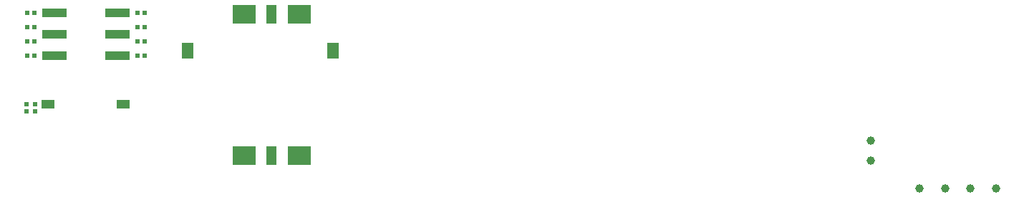
<source format=gbp>
G04*
G04 #@! TF.GenerationSoftware,Altium Limited,Altium Designer,20.0.13 (296)*
G04*
G04 Layer_Color=128*
%FSLAX25Y25*%
%MOIN*%
G70*
G01*
G75*
%ADD38R,0.02047X0.01850*%
%ADD48R,0.01850X0.02047*%
%ADD106C,0.03937*%
%ADD107R,0.11811X0.03937*%
%ADD108R,0.05906X0.04331*%
%ADD109R,0.05709X0.07677*%
%ADD110R,0.11024X0.08661*%
%ADD111R,0.04724X0.08661*%
D38*
X110878Y240614D02*
D03*
Y244000D02*
D03*
X106941Y240614D02*
D03*
Y244000D02*
D03*
D48*
X107217Y286500D02*
D03*
X110602D02*
D03*
X161784Y266500D02*
D03*
X158398D02*
D03*
X107217Y266500D02*
D03*
X110602D02*
D03*
X161784Y286500D02*
D03*
X158398D02*
D03*
X107217Y279833D02*
D03*
X110602D02*
D03*
X161784Y273167D02*
D03*
X158398D02*
D03*
X107217Y273167D02*
D03*
X110602D02*
D03*
X161784Y279833D02*
D03*
X158398D02*
D03*
D106*
X558095Y204724D02*
D03*
X500000Y226811D02*
D03*
Y217520D02*
D03*
X546283Y204724D02*
D03*
X522661D02*
D03*
X534472D02*
D03*
D107*
X119736Y286500D02*
D03*
Y276500D02*
D03*
Y266500D02*
D03*
X149264D02*
D03*
Y276500D02*
D03*
Y286500D02*
D03*
D108*
X152020Y244000D02*
D03*
X116980D02*
D03*
D109*
X181866Y268957D02*
D03*
X249425D02*
D03*
D110*
X208244Y286004D02*
D03*
X233756D02*
D03*
X208244Y219862D02*
D03*
X233756D02*
D03*
D111*
X221000Y286004D02*
D03*
Y219862D02*
D03*
M02*

</source>
